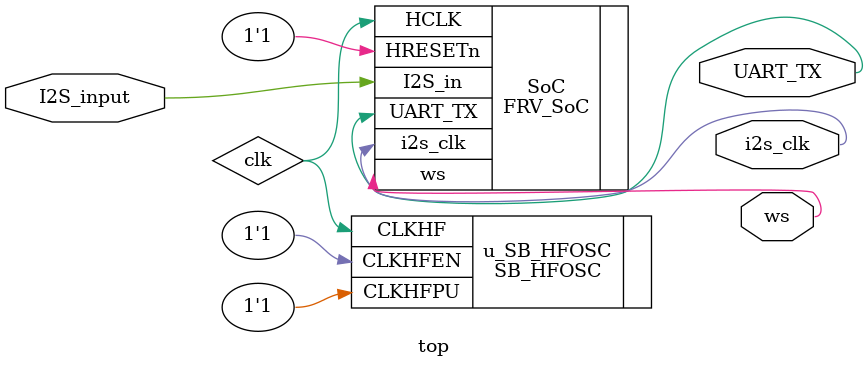
<source format=v>
module top (
    output wire UART_TX,
    output wire ws,
    output wire i2s_clk,
    input wire I2S_input  
    // output wire [2:0] LED_RGB
);
    wire clk;
    
    // wire [2:0] LED_data;

    SB_HFOSC #(
    .CLKHF_DIV("0b11")  
    ) u_SB_HFOSC (
        .CLKHFPU(1'b1),
        .CLKHFEN(1'b1),
        .CLKHF(clk)
    );


    FRV_SoC SoC(
    .HCLK(clk),
    .HRESETn(1'b1),
    .UART_TX(UART_TX),
    .ws(ws),
    .i2s_clk(i2s_clk),
    .I2S_in(I2S_input)
    // .LED_out(LED_data)
    );

	// SB_RGBA_DRV #(
	// 	.CURRENT_MODE("0b1"),
	// 	.RGB0_CURRENT("0b000111"),
	// 	.RGB1_CURRENT("0b000111"),
	// 	.RGB2_CURRENT("0b000111")
	// ) rgb_drv_I (
	// 	.RGBLEDEN(1'b1),
	// 	.RGB0PWM(LED_data[0]),
	// 	.RGB1PWM(LED_data[1]),
	// 	.RGB2PWM(LED_data[2]),
	// 	.CURREN(1'b1),
	// 	.RGB0(LED_RGB[0]),
	// 	.RGB1(LED_RGB[1]),
	// 	.RGB2(LED_RGB[2])
	// );

endmodule
</source>
